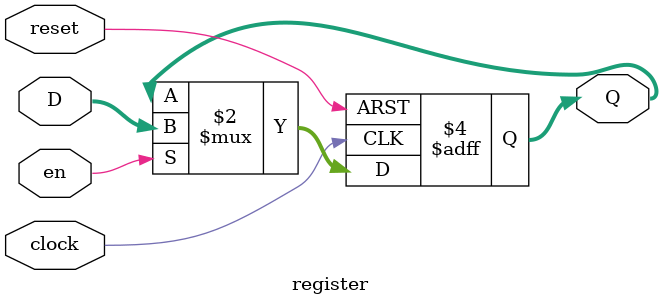
<source format=v>
module register(clock, reset, en, D, Q);
    input clock;
    input reset;
    input en;
    input [7:0] D;
    output reg [7:0] Q;

    always @(posedge clock or posedge reset)
        if (reset)
            Q <= 0;
        else if (en)
            Q <= D;
endmodule // Register



</source>
